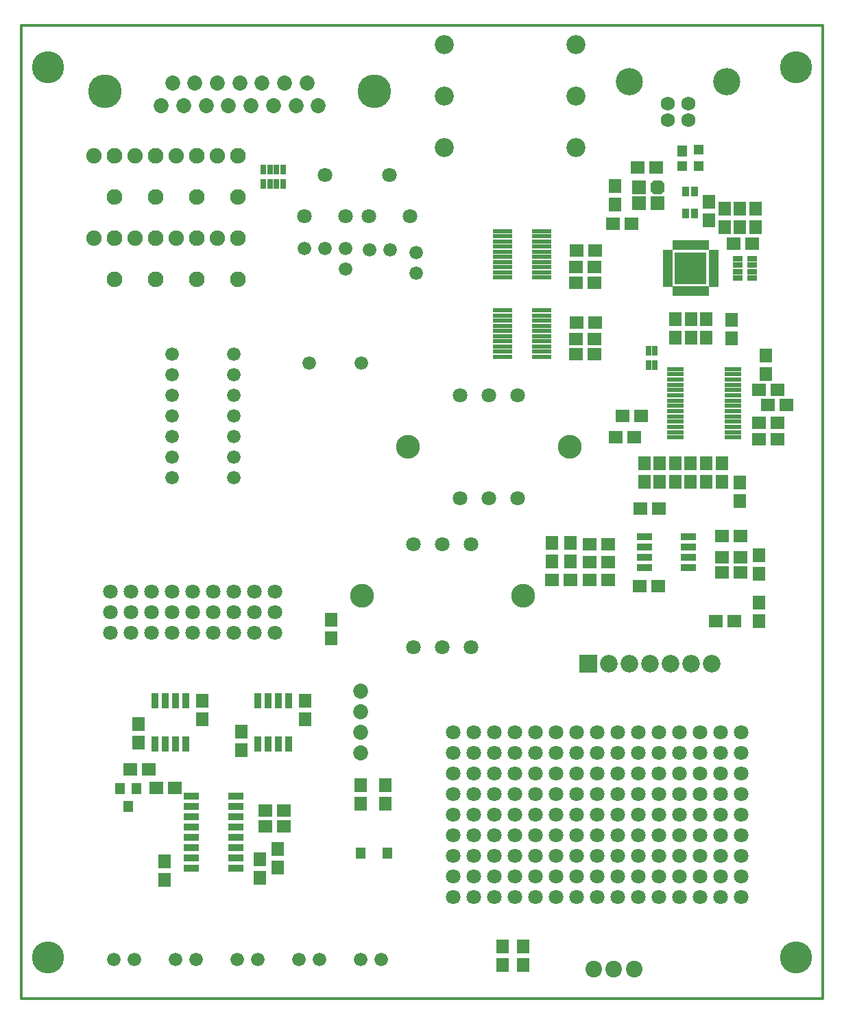
<source format=gbr>
G04 DesignSpark PCB Gerber Version 9.0 Build 5138 *
G04 #@! TF.Part,Single*
G04 #@! TF.FileFunction,Soldermask,Top *
G04 #@! TF.FilePolarity,Negative *
%FSLAX35Y35*%
%MOIN*%
G04 #@! TA.AperFunction,SMDPad,CuDef*
%ADD157R,0.01899X0.04832*%
%ADD173R,0.02765X0.04931*%
%ADD171R,0.03513X0.07254*%
%ADD155R,0.03750X0.05128*%
%ADD95R,0.04600X0.05400*%
%ADD153R,0.04600X0.05600*%
%ADD174R,0.04970X0.05797*%
%ADD83R,0.06100X0.06600*%
%ADD154R,0.04600X0.04600*%
G04 #@! TA.AperFunction,ComponentPad*
%ADD123R,0.08600X0.08600*%
G04 #@! TA.AperFunction,SMDPad,CuDef*
%ADD158R,0.15167X0.15167*%
G04 #@! TD.AperFunction*
%ADD98C,0.01200*%
G04 #@! TA.AperFunction,ComponentPad*
%ADD89C,0.06600*%
%ADD151C,0.06899*%
G04 #@! TA.AperFunction,WasherPad*
%ADD150C,0.07100*%
G04 #@! TA.AperFunction,ComponentPad*
%ADD168C,0.07293*%
%ADD167C,0.07490*%
%ADD166C,0.07600*%
%ADD92C,0.08100*%
%ADD124C,0.08600*%
%ADD170C,0.09261*%
%ADD125C,0.11600*%
%ADD152C,0.13198*%
G04 #@! TA.AperFunction,SMDPad,CuDef*
%ADD156R,0.04832X0.01899*%
%ADD164R,0.09734X0.02175*%
%ADD162R,0.08159X0.02372*%
%ADD159R,0.04931X0.02765*%
%ADD172R,0.07490X0.03356*%
%ADD163R,0.07254X0.03513*%
%ADD84R,0.06600X0.06100*%
%ADD121R,0.06506X0.06506*%
%AMT122*0 Chamfered Rectangle Pad at angle 90*4,1,8,0.03253,-0.01895,0.03253,0.01895,0.01895,0.03253,-0.01895,0.03253,-0.03253,0.01895,-0.03253,-0.01895,-0.01895,-0.03253,0.01895,-0.03253,0.03253,-0.01895,0*%
%ADD122T122*%
G04 #@! TA.AperFunction,WasherPad*
%ADD82C,0.15600*%
G04 #@! TA.AperFunction,ComponentPad*
%ADD169C,0.16348*%
X0Y0D02*
D02*
D82*
X19500Y123974D03*
Y556374D03*
X383200Y123974D03*
Y556374D03*
D02*
D83*
X63500Y228074D03*
Y237074D03*
X76000Y161574D03*
Y170574D03*
X94500Y239574D03*
Y248574D03*
X113500Y224574D03*
Y233574D03*
X122500Y162574D03*
Y171574D03*
X131000Y167574D03*
Y176574D03*
X144436Y239574D03*
Y248574D03*
X157309Y278805D03*
Y287805D03*
X171500Y198574D03*
Y207574D03*
X183500Y198574D03*
Y207574D03*
X240404Y120105D03*
Y129105D03*
X250404Y120105D03*
Y129105D03*
X264502Y316074D03*
Y325074D03*
X273502Y316074D03*
Y325074D03*
X295000Y489574D03*
Y498574D03*
X309380Y354824D03*
Y363824D03*
X316880Y354824D03*
Y363824D03*
X324380Y354824D03*
Y363824D03*
Y424824D03*
Y433824D03*
X331880Y354824D03*
Y363824D03*
X332130Y424824D03*
Y433824D03*
X339630Y354824D03*
Y363824D03*
Y424824D03*
Y433824D03*
X340880Y481737D03*
Y490737D03*
X347130Y354824D03*
Y363824D03*
X348380Y478574D03*
Y487574D03*
X351880Y424574D03*
Y433574D03*
X355880Y345574D03*
Y354574D03*
Y478574D03*
Y487574D03*
X363380Y478574D03*
Y487574D03*
X365252Y287324D03*
Y296324D03*
Y310074D03*
Y319074D03*
X368500Y407324D03*
Y416324D03*
D02*
D84*
X59500Y215074D03*
X68500D03*
X72000Y206074D03*
X81000D03*
X125000Y187574D03*
Y195074D03*
X134000Y187574D03*
Y195074D03*
X264502Y307074D03*
X273502D03*
X276261Y451698D03*
Y459310D03*
X276280Y416763D03*
Y424127D03*
X276380Y432074D03*
Y467074D03*
X282752Y307074D03*
Y315824D03*
Y324574D03*
X285261Y451698D03*
Y459310D03*
X285280Y416763D03*
Y424127D03*
X285380Y432074D03*
Y467074D03*
X291752Y307074D03*
Y315824D03*
Y324574D03*
X294176Y480170D03*
X295380Y376574D03*
X298880Y386824D03*
X303176Y480170D03*
X304380Y376574D03*
X306000Y507626D03*
X307002Y304074D03*
X307630Y341824D03*
X307880Y386824D03*
X315000Y507626D03*
X316002Y304074D03*
X316630Y341824D03*
X343998Y287054D03*
X347002Y310824D03*
Y318324D03*
Y328574D03*
X352706Y470574D03*
X352998Y287054D03*
X356002Y310824D03*
Y318324D03*
Y328574D03*
X361706Y470574D03*
X365250Y375574D03*
Y383574D03*
Y399574D03*
X369500Y392074D03*
X374250Y375574D03*
Y383574D03*
Y399574D03*
X378500Y392074D03*
D02*
D89*
X51495Y122726D03*
X61495D03*
X79828Y357022D03*
Y367022D03*
Y377022D03*
Y387022D03*
Y397022D03*
Y407022D03*
Y417022D03*
X81495Y122726D03*
X91495D03*
X109828Y357022D03*
Y367022D03*
Y377022D03*
Y387022D03*
Y397022D03*
Y407022D03*
Y417022D03*
X111495Y122726D03*
X121495D03*
X141495D03*
X144000Y468074D03*
X146388Y412639D03*
X151495Y122726D03*
X154000Y468074D03*
X164000Y458074D03*
Y468074D03*
X171495Y122726D03*
X171978Y412639D03*
X175930Y467482D03*
X181495Y122726D03*
X185930Y467482D03*
X198546Y456368D03*
Y466368D03*
D02*
D92*
X284765Y118360D03*
X294608D03*
X304450D03*
D02*
D95*
X54500Y205874D03*
X58500Y197174D03*
X62500Y205874D03*
D02*
D98*
X396232Y576381D02*
Y103986D01*
X6531*
Y576381*
X396232*
D02*
D121*
X306878Y490249D03*
Y497730D03*
X315933Y490249D03*
D02*
D122*
Y497730D03*
D02*
D123*
X282269Y266562D03*
D02*
D124*
X292269D03*
X302269D03*
X312269D03*
X322269D03*
X332269D03*
X342269D03*
D02*
D125*
X172004Y299558D03*
X194497Y372035D03*
X250604Y299558D03*
X273097Y372035D03*
D02*
D150*
X49827Y281428D03*
Y291428D03*
Y301428D03*
X59827Y281428D03*
Y291428D03*
Y301428D03*
X69827Y281428D03*
Y291428D03*
Y301428D03*
X79827Y281428D03*
Y291428D03*
Y301428D03*
X89827Y281428D03*
Y291428D03*
Y301428D03*
X99827Y281428D03*
Y291428D03*
Y301428D03*
X109827Y281428D03*
Y291428D03*
Y301428D03*
X119827Y281428D03*
Y291428D03*
Y301428D03*
X129827Y281428D03*
Y291428D03*
Y301428D03*
X144000Y483865D03*
X154000Y503865D03*
X164000Y483865D03*
X175425D03*
X185425Y503865D03*
X195425Y483865D03*
X197304Y274558D03*
Y324558D03*
X211304Y274558D03*
Y324558D03*
X216500Y153074D03*
Y163074D03*
Y173074D03*
Y183074D03*
Y193074D03*
Y203074D03*
Y213074D03*
Y223074D03*
Y233074D03*
X219797Y347035D03*
Y397035D03*
X225304Y274558D03*
Y324558D03*
X226500Y153074D03*
Y163074D03*
Y173074D03*
Y183074D03*
Y193074D03*
Y203074D03*
Y213074D03*
Y223074D03*
Y233074D03*
X233797Y347035D03*
Y397035D03*
X236500Y153074D03*
Y163074D03*
Y173074D03*
Y183074D03*
Y193074D03*
Y203074D03*
Y213074D03*
Y223074D03*
Y233074D03*
X246500Y153074D03*
Y163074D03*
Y173074D03*
Y183074D03*
Y193074D03*
Y203074D03*
Y213074D03*
Y223074D03*
Y233074D03*
X247797Y347035D03*
Y397035D03*
X256500Y153074D03*
Y163074D03*
Y173074D03*
Y183074D03*
Y193074D03*
Y203074D03*
Y213074D03*
Y223074D03*
Y233074D03*
X266500Y153074D03*
Y163074D03*
Y173074D03*
Y183074D03*
Y193074D03*
Y203074D03*
Y213074D03*
Y223074D03*
Y233074D03*
X276500Y153074D03*
Y163074D03*
Y173074D03*
Y183074D03*
Y193074D03*
Y203074D03*
Y213074D03*
Y223074D03*
Y233074D03*
X286500Y153074D03*
Y163074D03*
Y173074D03*
Y183074D03*
Y193074D03*
Y203074D03*
Y213074D03*
Y223074D03*
Y233074D03*
X296500Y153074D03*
Y163074D03*
Y173074D03*
Y183074D03*
Y193074D03*
Y203074D03*
Y213074D03*
Y223074D03*
Y233074D03*
X306500Y153074D03*
Y163074D03*
Y173074D03*
Y183074D03*
Y193074D03*
Y203074D03*
Y213074D03*
Y223074D03*
Y233074D03*
X316500Y153074D03*
Y163074D03*
Y173074D03*
Y183074D03*
Y193074D03*
Y203074D03*
Y213074D03*
Y223074D03*
Y233074D03*
X326500Y153074D03*
Y163074D03*
Y173074D03*
Y183074D03*
Y193074D03*
Y203074D03*
Y213074D03*
Y223074D03*
Y233074D03*
X336500Y153074D03*
Y163074D03*
Y173074D03*
Y183074D03*
Y193074D03*
Y203074D03*
Y213074D03*
Y223074D03*
Y233074D03*
X346500Y153074D03*
Y163074D03*
Y173074D03*
Y183074D03*
Y193074D03*
Y203074D03*
Y213074D03*
Y223074D03*
Y233074D03*
X356500Y153074D03*
Y163074D03*
Y173074D03*
Y183074D03*
Y193074D03*
Y203074D03*
Y213074D03*
Y223074D03*
Y233074D03*
D02*
D151*
X320959Y530637D03*
Y538511D03*
X330801Y530637D03*
Y538511D03*
D02*
D152*
X302179Y549180D03*
X349581D03*
D02*
D153*
X327746Y515574D03*
D02*
D154*
Y508074D03*
X335746D03*
Y516074D03*
D02*
D155*
X329345Y485357D03*
Y495791D03*
X333676Y485357D03*
Y495791D03*
D02*
D156*
X320709Y450700D03*
Y452669D03*
Y454637D03*
Y456606D03*
Y458574D03*
Y460543D03*
Y462511D03*
Y464480D03*
Y466448D03*
X343051Y450700D03*
Y452669D03*
Y454637D03*
Y456606D03*
Y458574D03*
Y460543D03*
Y462511D03*
Y464480D03*
Y466448D03*
D02*
D157*
X324006Y447403D03*
Y469745D03*
X325974Y447403D03*
Y469745D03*
X327943Y447403D03*
Y469745D03*
X329911Y447403D03*
Y469745D03*
X331880Y447403D03*
Y469745D03*
X333848Y447403D03*
Y469745D03*
X335817Y447403D03*
Y469745D03*
X337785Y447403D03*
Y469745D03*
X339754Y447403D03*
Y469745D03*
D02*
D158*
X331880Y458574D03*
D02*
D159*
X354837Y453850D03*
Y456999D03*
Y460149D03*
Y463298D03*
X361923Y453850D03*
Y456999D03*
Y460149D03*
Y463298D03*
D02*
D162*
X324445Y376440D03*
Y378999D03*
Y381558D03*
Y384117D03*
Y386676D03*
Y389235D03*
Y391794D03*
Y394354D03*
Y396913D03*
Y399472D03*
Y402031D03*
Y404590D03*
Y407149D03*
Y409708D03*
X352555Y376440D03*
Y378999D03*
Y381558D03*
Y384117D03*
Y386676D03*
Y389235D03*
Y391794D03*
Y394354D03*
Y396913D03*
Y399472D03*
Y402031D03*
Y404590D03*
Y407149D03*
Y409708D03*
D02*
D163*
X309622Y313324D03*
Y318324D03*
Y323324D03*
Y328324D03*
X330881Y313324D03*
Y318324D03*
Y323324D03*
Y328324D03*
D02*
D164*
X240636Y415574D03*
Y418074D03*
Y420574D03*
Y423074D03*
Y425574D03*
Y428074D03*
Y430574D03*
Y433074D03*
Y435574D03*
Y438074D03*
Y454190D03*
Y456690D03*
Y459190D03*
Y461690D03*
Y464190D03*
Y466690D03*
Y469190D03*
Y471690D03*
Y474190D03*
Y476690D03*
X259613Y415574D03*
Y418074D03*
Y420574D03*
Y423074D03*
Y425574D03*
Y428074D03*
Y430574D03*
Y433074D03*
Y435574D03*
Y438074D03*
Y454190D03*
Y456690D03*
Y459190D03*
Y461690D03*
Y464190D03*
Y466690D03*
Y469190D03*
Y471690D03*
Y474190D03*
Y476690D03*
D02*
D166*
X51701Y453074D03*
Y473074D03*
Y493074D03*
Y513074D03*
X71701Y453074D03*
Y473074D03*
Y493074D03*
Y513074D03*
X91701Y453074D03*
Y473074D03*
Y493074D03*
Y513074D03*
X111701Y453074D03*
Y473074D03*
Y493074D03*
Y513074D03*
D02*
D167*
X41701Y473074D03*
Y513074D03*
X51701Y473074D03*
Y513074D03*
X61701Y473074D03*
Y513074D03*
X71701Y473074D03*
Y513074D03*
X81701Y473074D03*
Y513074D03*
X91701Y473074D03*
Y513074D03*
X101701Y473074D03*
Y513074D03*
X111701Y473074D03*
Y513074D03*
D02*
D168*
X74563Y537448D03*
X80016Y548629D03*
X85469Y537448D03*
X90921Y548629D03*
X96374Y537448D03*
X101827Y548629D03*
X107280Y537448D03*
X112732Y548629D03*
X118185Y537448D03*
X123638Y548629D03*
X129091Y537448D03*
X134543Y548629D03*
X139996Y537448D03*
X145449Y548629D03*
X150902Y537448D03*
X171500Y223074D03*
Y233074D03*
Y243074D03*
Y253074D03*
D02*
D169*
X47181Y544613D03*
X178283D03*
D02*
D170*
X212308Y517237D03*
Y542237D03*
Y567237D03*
X276206Y517237D03*
Y542237D03*
Y567237D03*
D02*
D171*
X71500Y227444D03*
Y248704D03*
X76500Y227444D03*
Y248704D03*
X81500Y227444D03*
Y248704D03*
X86500Y227444D03*
Y248704D03*
X121500Y227444D03*
Y248704D03*
X126500Y227444D03*
Y248704D03*
X131500Y227444D03*
Y248704D03*
X136500Y227444D03*
Y248704D03*
D02*
D172*
X89173Y167074D03*
Y172074D03*
Y177074D03*
Y182074D03*
Y187074D03*
Y192074D03*
Y197074D03*
Y202074D03*
X110827Y167074D03*
Y172074D03*
Y177074D03*
Y182074D03*
Y187074D03*
Y192074D03*
Y197074D03*
Y202074D03*
D02*
D173*
X124276Y499531D03*
Y506617D03*
X127425Y499531D03*
Y506617D03*
X130575Y499531D03*
Y506617D03*
X133724Y499531D03*
Y506617D03*
X311454Y411535D03*
Y418622D03*
X314604Y411535D03*
Y418622D03*
D02*
D174*
X171366Y174574D03*
X184634D03*
X0Y0D02*
M02*

</source>
